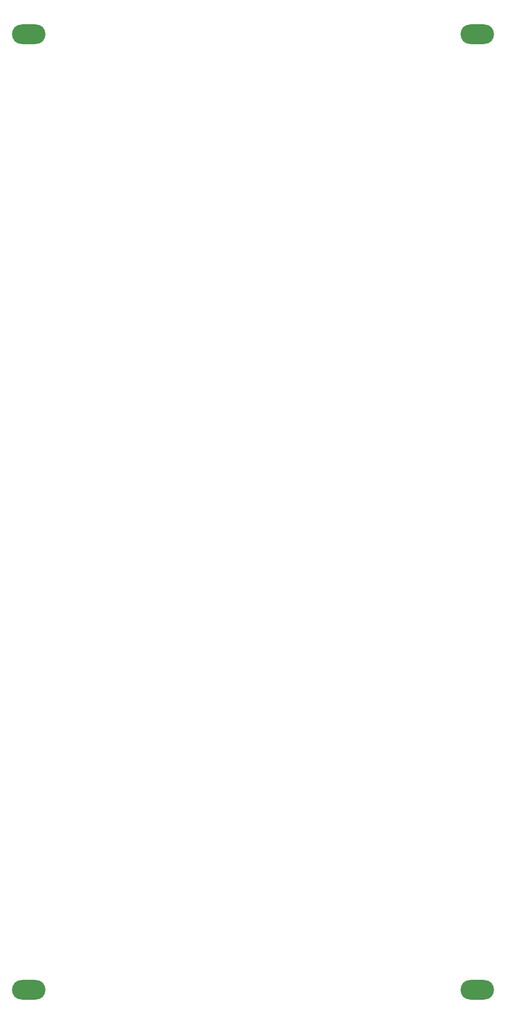
<source format=gbr>
%TF.GenerationSoftware,KiCad,Pcbnew,5.1.10-88a1d61d58~90~ubuntu21.04.1*%
%TF.CreationDate,2021-10-21T11:32:03+02:00*%
%TF.ProjectId,panel-blank-10cm,70616e65-6c2d-4626-9c61-6e6b2d313063,rev?*%
%TF.SameCoordinates,Original*%
%TF.FileFunction,Soldermask,Bot*%
%TF.FilePolarity,Negative*%
%FSLAX46Y46*%
G04 Gerber Fmt 4.6, Leading zero omitted, Abs format (unit mm)*
G04 Created by KiCad (PCBNEW 5.1.10-88a1d61d58~90~ubuntu21.04.1) date 2021-10-21 11:32:03*
%MOMM*%
%LPD*%
G01*
G04 APERTURE LIST*
%ADD10O,6.800000X4.000000*%
G04 APERTURE END LIST*
D10*
%TO.C,REF\u002A\u002A*%
X135600000Y-247000000D03*
X135600000Y-53000000D03*
%TD*%
%TO.C,REF\u002A\u002A*%
X44400000Y-53000000D03*
X44400000Y-247000000D03*
%TD*%
M02*

</source>
